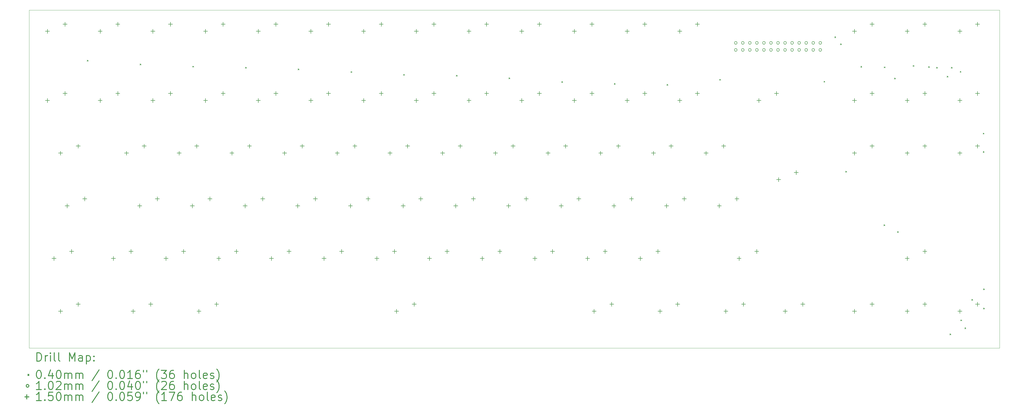
<source format=gbr>
%FSLAX45Y45*%
G04 Gerber Fmt 4.5, Leading zero omitted, Abs format (unit mm)*
G04 Created by KiCad (PCBNEW (5.1.0)-1) date 2022-03-22 21:13:21*
%MOMM*%
%LPD*%
G04 APERTURE LIST*
%ADD10C,0.050000*%
%ADD11C,0.200000*%
%ADD12C,0.300000*%
G04 APERTURE END LIST*
D10*
X38020000Y-15660000D02*
X38020000Y-15590000D01*
X3020000Y-15660000D02*
X38020000Y-15660000D01*
X3020000Y-15590000D02*
X3020000Y-15660000D01*
X3020000Y-3460000D02*
X3050000Y-3460000D01*
X3020000Y-15590000D02*
X3020000Y-3460000D01*
X38020000Y-3460000D02*
X37980000Y-3460000D01*
X38020000Y-15590000D02*
X38020000Y-3460000D01*
X37980000Y-3460000D02*
X3050000Y-3460000D01*
D11*
X5117780Y-5266980D02*
X5157780Y-5306980D01*
X5157780Y-5266980D02*
X5117780Y-5306980D01*
X7022780Y-5404140D02*
X7062780Y-5444140D01*
X7062780Y-5404140D02*
X7022780Y-5444140D01*
X8919620Y-5483420D02*
X8959620Y-5523420D01*
X8959620Y-5483420D02*
X8919620Y-5523420D01*
X10820080Y-5519520D02*
X10860080Y-5559520D01*
X10860080Y-5519520D02*
X10820080Y-5559520D01*
X12720000Y-5581940D02*
X12760000Y-5621940D01*
X12760000Y-5581940D02*
X12720000Y-5621940D01*
X14622460Y-5678460D02*
X14662460Y-5718460D01*
X14662460Y-5678460D02*
X14622460Y-5718460D01*
X16519840Y-5781140D02*
X16559840Y-5821140D01*
X16559840Y-5781140D02*
X16519840Y-5821140D01*
X18422300Y-5811620D02*
X18462300Y-5851620D01*
X18462300Y-5811620D02*
X18422300Y-5851620D01*
X20321680Y-5905060D02*
X20361680Y-5945060D01*
X20361680Y-5905060D02*
X20321680Y-5945060D01*
X22222140Y-6039140D02*
X22262140Y-6079140D01*
X22262140Y-6039140D02*
X22222140Y-6079140D01*
X24119520Y-6107720D02*
X24159520Y-6147720D01*
X24159520Y-6107720D02*
X24119520Y-6147720D01*
X26021980Y-6141820D02*
X26061980Y-6181820D01*
X26061980Y-6141820D02*
X26021980Y-6181820D01*
X27916820Y-5958940D02*
X27956820Y-5998940D01*
X27956820Y-5958940D02*
X27916820Y-5998940D01*
X31680560Y-6026980D02*
X31720560Y-6066980D01*
X31720560Y-6026980D02*
X31680560Y-6066980D01*
X32070000Y-4420000D02*
X32110000Y-4460000D01*
X32110000Y-4420000D02*
X32070000Y-4460000D01*
X32277460Y-4673160D02*
X32317460Y-4713160D01*
X32317460Y-4673160D02*
X32277460Y-4713160D01*
X32462880Y-9275640D02*
X32502880Y-9315640D01*
X32502880Y-9275640D02*
X32462880Y-9315640D01*
X33010000Y-5490000D02*
X33050000Y-5530000D01*
X33050000Y-5490000D02*
X33010000Y-5530000D01*
X33842100Y-11200960D02*
X33882100Y-11240960D01*
X33882100Y-11200960D02*
X33842100Y-11240960D01*
X33850000Y-5510000D02*
X33890000Y-5550000D01*
X33890000Y-5510000D02*
X33850000Y-5550000D01*
X34221100Y-5909600D02*
X34261100Y-5949600D01*
X34261100Y-5909600D02*
X34221100Y-5949600D01*
X34329780Y-11447340D02*
X34369780Y-11487340D01*
X34369780Y-11447340D02*
X34329780Y-11487340D01*
X34890000Y-5460000D02*
X34930000Y-5500000D01*
X34930000Y-5460000D02*
X34890000Y-5500000D01*
X35450000Y-5500000D02*
X35490000Y-5540000D01*
X35490000Y-5500000D02*
X35450000Y-5540000D01*
X35740000Y-5520000D02*
X35780000Y-5560000D01*
X35780000Y-5520000D02*
X35740000Y-5560000D01*
X36121020Y-5843560D02*
X36161020Y-5883560D01*
X36161020Y-5843560D02*
X36121020Y-5883560D01*
X36224620Y-15143040D02*
X36264620Y-15183040D01*
X36264620Y-15143040D02*
X36224620Y-15183040D01*
X36270000Y-5520000D02*
X36310000Y-5560000D01*
X36310000Y-5520000D02*
X36270000Y-5560000D01*
X36590000Y-5670000D02*
X36630000Y-5710000D01*
X36630000Y-5670000D02*
X36590000Y-5710000D01*
X36610700Y-14637580D02*
X36650700Y-14677580D01*
X36650700Y-14637580D02*
X36610700Y-14677580D01*
X36760560Y-14922060D02*
X36800560Y-14962060D01*
X36800560Y-14922060D02*
X36760560Y-14962060D01*
X37006940Y-13893360D02*
X37046940Y-13933360D01*
X37046940Y-13893360D02*
X37006940Y-13933360D01*
X37420960Y-7896420D02*
X37460960Y-7936420D01*
X37460960Y-7896420D02*
X37420960Y-7936420D01*
X37420960Y-8564440D02*
X37460960Y-8604440D01*
X37460960Y-8564440D02*
X37420960Y-8604440D01*
X37431120Y-13512360D02*
X37471120Y-13552360D01*
X37471120Y-13512360D02*
X37431120Y-13552360D01*
X37431120Y-14208320D02*
X37471120Y-14248320D01*
X37471120Y-14208320D02*
X37431120Y-14248320D01*
X28553500Y-4647440D02*
G75*
G03X28553500Y-4647440I-50800J0D01*
G01*
X28553500Y-4901440D02*
G75*
G03X28553500Y-4901440I-50800J0D01*
G01*
X28807500Y-4647440D02*
G75*
G03X28807500Y-4647440I-50800J0D01*
G01*
X28807500Y-4901440D02*
G75*
G03X28807500Y-4901440I-50800J0D01*
G01*
X29061500Y-4647440D02*
G75*
G03X29061500Y-4647440I-50800J0D01*
G01*
X29061500Y-4901440D02*
G75*
G03X29061500Y-4901440I-50800J0D01*
G01*
X29315500Y-4647440D02*
G75*
G03X29315500Y-4647440I-50800J0D01*
G01*
X29315500Y-4901440D02*
G75*
G03X29315500Y-4901440I-50800J0D01*
G01*
X29569500Y-4647440D02*
G75*
G03X29569500Y-4647440I-50800J0D01*
G01*
X29569500Y-4901440D02*
G75*
G03X29569500Y-4901440I-50800J0D01*
G01*
X29823500Y-4647440D02*
G75*
G03X29823500Y-4647440I-50800J0D01*
G01*
X29823500Y-4901440D02*
G75*
G03X29823500Y-4901440I-50800J0D01*
G01*
X30077500Y-4647440D02*
G75*
G03X30077500Y-4647440I-50800J0D01*
G01*
X30077500Y-4901440D02*
G75*
G03X30077500Y-4901440I-50800J0D01*
G01*
X30331500Y-4647440D02*
G75*
G03X30331500Y-4647440I-50800J0D01*
G01*
X30331500Y-4901440D02*
G75*
G03X30331500Y-4901440I-50800J0D01*
G01*
X30585500Y-4647440D02*
G75*
G03X30585500Y-4647440I-50800J0D01*
G01*
X30585500Y-4901440D02*
G75*
G03X30585500Y-4901440I-50800J0D01*
G01*
X30839500Y-4647440D02*
G75*
G03X30839500Y-4647440I-50800J0D01*
G01*
X30839500Y-4901440D02*
G75*
G03X30839500Y-4901440I-50800J0D01*
G01*
X31093500Y-4647440D02*
G75*
G03X31093500Y-4647440I-50800J0D01*
G01*
X31093500Y-4901440D02*
G75*
G03X31093500Y-4901440I-50800J0D01*
G01*
X31347500Y-4647440D02*
G75*
G03X31347500Y-4647440I-50800J0D01*
G01*
X31347500Y-4901440D02*
G75*
G03X31347500Y-4901440I-50800J0D01*
G01*
X31601500Y-4647440D02*
G75*
G03X31601500Y-4647440I-50800J0D01*
G01*
X31601500Y-4901440D02*
G75*
G03X31601500Y-4901440I-50800J0D01*
G01*
X7485000Y-4149000D02*
X7485000Y-4299000D01*
X7410000Y-4224000D02*
X7560000Y-4224000D01*
X8120000Y-3895000D02*
X8120000Y-4045000D01*
X8045000Y-3970000D02*
X8195000Y-3970000D01*
X21260000Y-12349000D02*
X21260000Y-12499000D01*
X21185000Y-12424000D02*
X21335000Y-12424000D01*
X21895000Y-12095000D02*
X21895000Y-12245000D01*
X21820000Y-12170000D02*
X21970000Y-12170000D01*
X14610000Y-10449000D02*
X14610000Y-10599000D01*
X14535000Y-10524000D02*
X14685000Y-10524000D01*
X15245000Y-10195000D02*
X15245000Y-10345000D01*
X15170000Y-10270000D02*
X15320000Y-10270000D01*
X9147500Y-14249000D02*
X9147500Y-14399000D01*
X9072500Y-14324000D02*
X9222500Y-14324000D01*
X9782500Y-13995000D02*
X9782500Y-14145000D01*
X9707500Y-14070000D02*
X9857500Y-14070000D01*
X8435000Y-8549000D02*
X8435000Y-8699000D01*
X8360000Y-8624000D02*
X8510000Y-8624000D01*
X9070000Y-8295000D02*
X9070000Y-8445000D01*
X8995000Y-8370000D02*
X9145000Y-8370000D01*
X27435000Y-8549000D02*
X27435000Y-8699000D01*
X27360000Y-8624000D02*
X27510000Y-8624000D01*
X28070000Y-8295000D02*
X28070000Y-8445000D01*
X27995000Y-8370000D02*
X28145000Y-8370000D01*
X11285000Y-6649000D02*
X11285000Y-6799000D01*
X11210000Y-6724000D02*
X11360000Y-6724000D01*
X11920000Y-6395000D02*
X11920000Y-6545000D01*
X11845000Y-6470000D02*
X11995000Y-6470000D01*
X34685000Y-4149000D02*
X34685000Y-4299000D01*
X34610000Y-4224000D02*
X34760000Y-4224000D01*
X35320000Y-3895000D02*
X35320000Y-4045000D01*
X35245000Y-3970000D02*
X35395000Y-3970000D01*
X20785000Y-6649000D02*
X20785000Y-6799000D01*
X20710000Y-6724000D02*
X20860000Y-6724000D01*
X21420000Y-6395000D02*
X21420000Y-6545000D01*
X21345000Y-6470000D02*
X21495000Y-6470000D01*
X34685000Y-6649000D02*
X34685000Y-6799000D01*
X34610000Y-6724000D02*
X34760000Y-6724000D01*
X35320000Y-6395000D02*
X35320000Y-6545000D01*
X35245000Y-6470000D02*
X35395000Y-6470000D01*
X8910000Y-10449000D02*
X8910000Y-10599000D01*
X8835000Y-10524000D02*
X8985000Y-10524000D01*
X9545000Y-10195000D02*
X9545000Y-10345000D01*
X9470000Y-10270000D02*
X9620000Y-10270000D01*
X28147500Y-14249000D02*
X28147500Y-14399000D01*
X28072500Y-14324000D02*
X28222500Y-14324000D01*
X28782500Y-13995000D02*
X28782500Y-14145000D01*
X28707500Y-14070000D02*
X28857500Y-14070000D01*
X18410000Y-10449000D02*
X18410000Y-10599000D01*
X18335000Y-10524000D02*
X18485000Y-10524000D01*
X19045000Y-10195000D02*
X19045000Y-10345000D01*
X18970000Y-10270000D02*
X19120000Y-10270000D01*
X3685000Y-4149000D02*
X3685000Y-4299000D01*
X3610000Y-4224000D02*
X3760000Y-4224000D01*
X4320000Y-3895000D02*
X4320000Y-4045000D01*
X4245000Y-3970000D02*
X4395000Y-3970000D01*
X13660000Y-12349000D02*
X13660000Y-12499000D01*
X13585000Y-12424000D02*
X13735000Y-12424000D01*
X14295000Y-12095000D02*
X14295000Y-12245000D01*
X14220000Y-12170000D02*
X14370000Y-12170000D01*
X34685000Y-12349000D02*
X34685000Y-12499000D01*
X34610000Y-12424000D02*
X34760000Y-12424000D01*
X35320000Y-12095000D02*
X35320000Y-12245000D01*
X35245000Y-12170000D02*
X35395000Y-12170000D01*
X16510000Y-10449000D02*
X16510000Y-10599000D01*
X16435000Y-10524000D02*
X16585000Y-10524000D01*
X17145000Y-10195000D02*
X17145000Y-10345000D01*
X17070000Y-10270000D02*
X17220000Y-10270000D01*
X15085000Y-6649000D02*
X15085000Y-6799000D01*
X15010000Y-6724000D02*
X15160000Y-6724000D01*
X15720000Y-6395000D02*
X15720000Y-6545000D01*
X15645000Y-6470000D02*
X15795000Y-6470000D01*
X23397500Y-14249000D02*
X23397500Y-14399000D01*
X23322500Y-14324000D02*
X23472500Y-14324000D01*
X24032500Y-13995000D02*
X24032500Y-14145000D01*
X23957500Y-14070000D02*
X24107500Y-14070000D01*
X3685000Y-6649000D02*
X3685000Y-6799000D01*
X3610000Y-6724000D02*
X3760000Y-6724000D01*
X4320000Y-6395000D02*
X4320000Y-6545000D01*
X4245000Y-6470000D02*
X4395000Y-6470000D01*
X12710000Y-10449000D02*
X12710000Y-10599000D01*
X12635000Y-10524000D02*
X12785000Y-10524000D01*
X13345000Y-10195000D02*
X13345000Y-10345000D01*
X13270000Y-10270000D02*
X13420000Y-10270000D01*
X18885000Y-4149000D02*
X18885000Y-4299000D01*
X18810000Y-4224000D02*
X18960000Y-4224000D01*
X19520000Y-3895000D02*
X19520000Y-4045000D01*
X19445000Y-3970000D02*
X19595000Y-3970000D01*
X30285000Y-14249000D02*
X30285000Y-14399000D01*
X30210000Y-14324000D02*
X30360000Y-14324000D01*
X30920000Y-13995000D02*
X30920000Y-14145000D01*
X30845000Y-14070000D02*
X30995000Y-14070000D01*
X22685000Y-4149000D02*
X22685000Y-4299000D01*
X22610000Y-4224000D02*
X22760000Y-4224000D01*
X23320000Y-3895000D02*
X23320000Y-4045000D01*
X23245000Y-3970000D02*
X23395000Y-3970000D01*
X26485000Y-4149000D02*
X26485000Y-4299000D01*
X26410000Y-4224000D02*
X26560000Y-4224000D01*
X27120000Y-3895000D02*
X27120000Y-4045000D01*
X27045000Y-3970000D02*
X27195000Y-3970000D01*
X20785000Y-4149000D02*
X20785000Y-4299000D01*
X20710000Y-4224000D02*
X20860000Y-4224000D01*
X21420000Y-3895000D02*
X21420000Y-4045000D01*
X21345000Y-3970000D02*
X21495000Y-3970000D01*
X32785000Y-6649000D02*
X32785000Y-6799000D01*
X32710000Y-6724000D02*
X32860000Y-6724000D01*
X33420000Y-6395000D02*
X33420000Y-6545000D01*
X33345000Y-6470000D02*
X33495000Y-6470000D01*
X6772500Y-14249000D02*
X6772500Y-14399000D01*
X6697500Y-14324000D02*
X6847500Y-14324000D01*
X7407500Y-13995000D02*
X7407500Y-14145000D01*
X7332500Y-14070000D02*
X7482500Y-14070000D01*
X7010000Y-10449000D02*
X7010000Y-10599000D01*
X6935000Y-10524000D02*
X7085000Y-10524000D01*
X7645000Y-10195000D02*
X7645000Y-10345000D01*
X7570000Y-10270000D02*
X7720000Y-10270000D01*
X24585000Y-4149000D02*
X24585000Y-4299000D01*
X24510000Y-4224000D02*
X24660000Y-4224000D01*
X25220000Y-3895000D02*
X25220000Y-4045000D01*
X25145000Y-3970000D02*
X25295000Y-3970000D01*
X9860000Y-12349000D02*
X9860000Y-12499000D01*
X9785000Y-12424000D02*
X9935000Y-12424000D01*
X10495000Y-12095000D02*
X10495000Y-12245000D01*
X10420000Y-12170000D02*
X10570000Y-12170000D01*
X29335000Y-6649000D02*
X29335000Y-6799000D01*
X29260000Y-6724000D02*
X29410000Y-6724000D01*
X29970000Y-6395000D02*
X29970000Y-6545000D01*
X29895000Y-6470000D02*
X30045000Y-6470000D01*
X26010000Y-10449000D02*
X26010000Y-10599000D01*
X25935000Y-10524000D02*
X26085000Y-10524000D01*
X26645000Y-10195000D02*
X26645000Y-10345000D01*
X26570000Y-10270000D02*
X26720000Y-10270000D01*
X19835000Y-8549000D02*
X19835000Y-8699000D01*
X19760000Y-8624000D02*
X19910000Y-8624000D01*
X20470000Y-8295000D02*
X20470000Y-8445000D01*
X20395000Y-8370000D02*
X20545000Y-8370000D01*
X7960000Y-12349000D02*
X7960000Y-12499000D01*
X7885000Y-12424000D02*
X8035000Y-12424000D01*
X8595000Y-12095000D02*
X8595000Y-12245000D01*
X8520000Y-12170000D02*
X8670000Y-12170000D01*
X32785000Y-4149000D02*
X32785000Y-4299000D01*
X32710000Y-4224000D02*
X32860000Y-4224000D01*
X33420000Y-3895000D02*
X33420000Y-4045000D01*
X33345000Y-3970000D02*
X33495000Y-3970000D01*
X12235000Y-8549000D02*
X12235000Y-8699000D01*
X12160000Y-8624000D02*
X12310000Y-8624000D01*
X12870000Y-8295000D02*
X12870000Y-8445000D01*
X12795000Y-8370000D02*
X12945000Y-8370000D01*
X34685000Y-8549000D02*
X34685000Y-8699000D01*
X34610000Y-8624000D02*
X34760000Y-8624000D01*
X35320000Y-8295000D02*
X35320000Y-8445000D01*
X35245000Y-8370000D02*
X35395000Y-8370000D01*
X22210000Y-10449000D02*
X22210000Y-10599000D01*
X22135000Y-10524000D02*
X22285000Y-10524000D01*
X22845000Y-10195000D02*
X22845000Y-10345000D01*
X22770000Y-10270000D02*
X22920000Y-10270000D01*
X9385000Y-6649000D02*
X9385000Y-6799000D01*
X9310000Y-6724000D02*
X9460000Y-6724000D01*
X10020000Y-6395000D02*
X10020000Y-6545000D01*
X9945000Y-6470000D02*
X10095000Y-6470000D01*
X36585000Y-6649000D02*
X36585000Y-6799000D01*
X36510000Y-6724000D02*
X36660000Y-6724000D01*
X37220000Y-6395000D02*
X37220000Y-6545000D01*
X37145000Y-6470000D02*
X37295000Y-6470000D01*
X17935000Y-8549000D02*
X17935000Y-8699000D01*
X17860000Y-8624000D02*
X18010000Y-8624000D01*
X18570000Y-8295000D02*
X18570000Y-8445000D01*
X18495000Y-8370000D02*
X18645000Y-8370000D01*
X10335000Y-8549000D02*
X10335000Y-8699000D01*
X10260000Y-8624000D02*
X10410000Y-8624000D01*
X10970000Y-8295000D02*
X10970000Y-8445000D01*
X10895000Y-8370000D02*
X11045000Y-8370000D01*
X15085000Y-4149000D02*
X15085000Y-4299000D01*
X15010000Y-4224000D02*
X15160000Y-4224000D01*
X15720000Y-3895000D02*
X15720000Y-4045000D01*
X15645000Y-3970000D02*
X15795000Y-3970000D01*
X36585000Y-4149000D02*
X36585000Y-4299000D01*
X36510000Y-4224000D02*
X36660000Y-4224000D01*
X37220000Y-3895000D02*
X37220000Y-4045000D01*
X37145000Y-3970000D02*
X37295000Y-3970000D01*
X13185000Y-6649000D02*
X13185000Y-6799000D01*
X13110000Y-6724000D02*
X13260000Y-6724000D01*
X13820000Y-6395000D02*
X13820000Y-6545000D01*
X13745000Y-6470000D02*
X13895000Y-6470000D01*
X10810000Y-10449000D02*
X10810000Y-10599000D01*
X10735000Y-10524000D02*
X10885000Y-10524000D01*
X11445000Y-10195000D02*
X11445000Y-10345000D01*
X11370000Y-10270000D02*
X11520000Y-10270000D01*
X25772500Y-14249000D02*
X25772500Y-14399000D01*
X25697500Y-14324000D02*
X25847500Y-14324000D01*
X26407500Y-13995000D02*
X26407500Y-14145000D01*
X26332500Y-14070000D02*
X26482500Y-14070000D01*
X5585000Y-6649000D02*
X5585000Y-6799000D01*
X5510000Y-6724000D02*
X5660000Y-6724000D01*
X6220000Y-6395000D02*
X6220000Y-6545000D01*
X6145000Y-6470000D02*
X6295000Y-6470000D01*
X5585000Y-4149000D02*
X5585000Y-4299000D01*
X5510000Y-4224000D02*
X5660000Y-4224000D01*
X6220000Y-3895000D02*
X6220000Y-4045000D01*
X6145000Y-3970000D02*
X6295000Y-3970000D01*
X15560000Y-12349000D02*
X15560000Y-12499000D01*
X15485000Y-12424000D02*
X15635000Y-12424000D01*
X16195000Y-12095000D02*
X16195000Y-12245000D01*
X16120000Y-12170000D02*
X16270000Y-12170000D01*
X16035000Y-8549000D02*
X16035000Y-8699000D01*
X15960000Y-8624000D02*
X16110000Y-8624000D01*
X16670000Y-8295000D02*
X16670000Y-8445000D01*
X16595000Y-8370000D02*
X16745000Y-8370000D01*
X30047500Y-9499000D02*
X30047500Y-9649000D01*
X29972500Y-9574000D02*
X30122500Y-9574000D01*
X30682500Y-9245000D02*
X30682500Y-9395000D01*
X30607500Y-9320000D02*
X30757500Y-9320000D01*
X24110000Y-10449000D02*
X24110000Y-10599000D01*
X24035000Y-10524000D02*
X24185000Y-10524000D01*
X24745000Y-10195000D02*
X24745000Y-10345000D01*
X24670000Y-10270000D02*
X24820000Y-10270000D01*
X16985000Y-4149000D02*
X16985000Y-4299000D01*
X16910000Y-4224000D02*
X17060000Y-4224000D01*
X17620000Y-3895000D02*
X17620000Y-4045000D01*
X17545000Y-3970000D02*
X17695000Y-3970000D01*
X3922500Y-12349000D02*
X3922500Y-12499000D01*
X3847500Y-12424000D02*
X3997500Y-12424000D01*
X4557500Y-12095000D02*
X4557500Y-12245000D01*
X4482500Y-12170000D02*
X4632500Y-12170000D01*
X23160000Y-12349000D02*
X23160000Y-12499000D01*
X23085000Y-12424000D02*
X23235000Y-12424000D01*
X23795000Y-12095000D02*
X23795000Y-12245000D01*
X23720000Y-12170000D02*
X23870000Y-12170000D01*
X32785000Y-14249000D02*
X32785000Y-14399000D01*
X32710000Y-14324000D02*
X32860000Y-14324000D01*
X33420000Y-13995000D02*
X33420000Y-14145000D01*
X33345000Y-14070000D02*
X33495000Y-14070000D01*
X4160000Y-14249000D02*
X4160000Y-14399000D01*
X4085000Y-14324000D02*
X4235000Y-14324000D01*
X4795000Y-13995000D02*
X4795000Y-14145000D01*
X4720000Y-14070000D02*
X4870000Y-14070000D01*
X6060000Y-12349000D02*
X6060000Y-12499000D01*
X5985000Y-12424000D02*
X6135000Y-12424000D01*
X6695000Y-12095000D02*
X6695000Y-12245000D01*
X6620000Y-12170000D02*
X6770000Y-12170000D01*
X25535000Y-8549000D02*
X25535000Y-8699000D01*
X25460000Y-8624000D02*
X25610000Y-8624000D01*
X26170000Y-8295000D02*
X26170000Y-8445000D01*
X26095000Y-8370000D02*
X26245000Y-8370000D01*
X11760000Y-12349000D02*
X11760000Y-12499000D01*
X11685000Y-12424000D02*
X11835000Y-12424000D01*
X12395000Y-12095000D02*
X12395000Y-12245000D01*
X12320000Y-12170000D02*
X12470000Y-12170000D01*
X4397500Y-10449000D02*
X4397500Y-10599000D01*
X4322500Y-10524000D02*
X4472500Y-10524000D01*
X5032500Y-10195000D02*
X5032500Y-10345000D01*
X4957500Y-10270000D02*
X5107500Y-10270000D01*
X7485000Y-6649000D02*
X7485000Y-6799000D01*
X7410000Y-6724000D02*
X7560000Y-6724000D01*
X8120000Y-6395000D02*
X8120000Y-6545000D01*
X8045000Y-6470000D02*
X8195000Y-6470000D01*
X26485000Y-6649000D02*
X26485000Y-6799000D01*
X26410000Y-6724000D02*
X26560000Y-6724000D01*
X27120000Y-6395000D02*
X27120000Y-6545000D01*
X27045000Y-6470000D02*
X27195000Y-6470000D01*
X20310000Y-10449000D02*
X20310000Y-10599000D01*
X20235000Y-10524000D02*
X20385000Y-10524000D01*
X20945000Y-10195000D02*
X20945000Y-10345000D01*
X20870000Y-10270000D02*
X21020000Y-10270000D01*
X16272500Y-14249000D02*
X16272500Y-14399000D01*
X16197500Y-14324000D02*
X16347500Y-14324000D01*
X16907500Y-13995000D02*
X16907500Y-14145000D01*
X16832500Y-14070000D02*
X16982500Y-14070000D01*
X32785000Y-8549000D02*
X32785000Y-8699000D01*
X32710000Y-8624000D02*
X32860000Y-8624000D01*
X33420000Y-8295000D02*
X33420000Y-8445000D01*
X33345000Y-8370000D02*
X33495000Y-8370000D01*
X18885000Y-6649000D02*
X18885000Y-6799000D01*
X18810000Y-6724000D02*
X18960000Y-6724000D01*
X19520000Y-6395000D02*
X19520000Y-6545000D01*
X19445000Y-6470000D02*
X19595000Y-6470000D01*
X9385000Y-4149000D02*
X9385000Y-4299000D01*
X9310000Y-4224000D02*
X9460000Y-4224000D01*
X10020000Y-3895000D02*
X10020000Y-4045000D01*
X9945000Y-3970000D02*
X10095000Y-3970000D01*
X34685000Y-14249000D02*
X34685000Y-14399000D01*
X34610000Y-14324000D02*
X34760000Y-14324000D01*
X35320000Y-13995000D02*
X35320000Y-14145000D01*
X35245000Y-14070000D02*
X35395000Y-14070000D01*
X22685000Y-6649000D02*
X22685000Y-6799000D01*
X22610000Y-6724000D02*
X22760000Y-6724000D01*
X23320000Y-6395000D02*
X23320000Y-6545000D01*
X23245000Y-6470000D02*
X23395000Y-6470000D01*
X19360000Y-12349000D02*
X19360000Y-12499000D01*
X19285000Y-12424000D02*
X19435000Y-12424000D01*
X19995000Y-12095000D02*
X19995000Y-12245000D01*
X19920000Y-12170000D02*
X20070000Y-12170000D01*
X36585000Y-8549000D02*
X36585000Y-8699000D01*
X36510000Y-8624000D02*
X36660000Y-8624000D01*
X37220000Y-8295000D02*
X37220000Y-8445000D01*
X37145000Y-8370000D02*
X37295000Y-8370000D01*
X14135000Y-8549000D02*
X14135000Y-8699000D01*
X14060000Y-8624000D02*
X14210000Y-8624000D01*
X14770000Y-8295000D02*
X14770000Y-8445000D01*
X14695000Y-8370000D02*
X14845000Y-8370000D01*
X13185000Y-4149000D02*
X13185000Y-4299000D01*
X13110000Y-4224000D02*
X13260000Y-4224000D01*
X13820000Y-3895000D02*
X13820000Y-4045000D01*
X13745000Y-3970000D02*
X13895000Y-3970000D01*
X36585000Y-14249000D02*
X36585000Y-14399000D01*
X36510000Y-14324000D02*
X36660000Y-14324000D01*
X37220000Y-13995000D02*
X37220000Y-14145000D01*
X37145000Y-14070000D02*
X37295000Y-14070000D01*
X11285000Y-4149000D02*
X11285000Y-4299000D01*
X11210000Y-4224000D02*
X11360000Y-4224000D01*
X11920000Y-3895000D02*
X11920000Y-4045000D01*
X11845000Y-3970000D02*
X11995000Y-3970000D01*
X17460000Y-12349000D02*
X17460000Y-12499000D01*
X17385000Y-12424000D02*
X17535000Y-12424000D01*
X18095000Y-12095000D02*
X18095000Y-12245000D01*
X18020000Y-12170000D02*
X18170000Y-12170000D01*
X28622500Y-12349000D02*
X28622500Y-12499000D01*
X28547500Y-12424000D02*
X28697500Y-12424000D01*
X29257500Y-12095000D02*
X29257500Y-12245000D01*
X29182500Y-12170000D02*
X29332500Y-12170000D01*
X16985000Y-6649000D02*
X16985000Y-6799000D01*
X16910000Y-6724000D02*
X17060000Y-6724000D01*
X17620000Y-6395000D02*
X17620000Y-6545000D01*
X17545000Y-6470000D02*
X17695000Y-6470000D01*
X21735000Y-8549000D02*
X21735000Y-8699000D01*
X21660000Y-8624000D02*
X21810000Y-8624000D01*
X22370000Y-8295000D02*
X22370000Y-8445000D01*
X22295000Y-8370000D02*
X22445000Y-8370000D01*
X6535000Y-8549000D02*
X6535000Y-8699000D01*
X6460000Y-8624000D02*
X6610000Y-8624000D01*
X7170000Y-8295000D02*
X7170000Y-8445000D01*
X7095000Y-8370000D02*
X7245000Y-8370000D01*
X24585000Y-6649000D02*
X24585000Y-6799000D01*
X24510000Y-6724000D02*
X24660000Y-6724000D01*
X25220000Y-6395000D02*
X25220000Y-6545000D01*
X25145000Y-6470000D02*
X25295000Y-6470000D01*
X27910000Y-10449000D02*
X27910000Y-10599000D01*
X27835000Y-10524000D02*
X27985000Y-10524000D01*
X28545000Y-10195000D02*
X28545000Y-10345000D01*
X28470000Y-10270000D02*
X28620000Y-10270000D01*
X4160000Y-8549000D02*
X4160000Y-8699000D01*
X4085000Y-8624000D02*
X4235000Y-8624000D01*
X4795000Y-8295000D02*
X4795000Y-8445000D01*
X4720000Y-8370000D02*
X4870000Y-8370000D01*
X23635000Y-8549000D02*
X23635000Y-8699000D01*
X23560000Y-8624000D02*
X23710000Y-8624000D01*
X24270000Y-8295000D02*
X24270000Y-8445000D01*
X24195000Y-8370000D02*
X24345000Y-8370000D01*
X25060000Y-12349000D02*
X25060000Y-12499000D01*
X24985000Y-12424000D02*
X25135000Y-12424000D01*
X25695000Y-12095000D02*
X25695000Y-12245000D01*
X25620000Y-12170000D02*
X25770000Y-12170000D01*
D12*
X3303928Y-16128214D02*
X3303928Y-15828214D01*
X3375357Y-15828214D01*
X3418214Y-15842500D01*
X3446786Y-15871071D01*
X3461071Y-15899643D01*
X3475357Y-15956786D01*
X3475357Y-15999643D01*
X3461071Y-16056786D01*
X3446786Y-16085357D01*
X3418214Y-16113929D01*
X3375357Y-16128214D01*
X3303928Y-16128214D01*
X3603928Y-16128214D02*
X3603928Y-15928214D01*
X3603928Y-15985357D02*
X3618214Y-15956786D01*
X3632500Y-15942500D01*
X3661071Y-15928214D01*
X3689643Y-15928214D01*
X3789643Y-16128214D02*
X3789643Y-15928214D01*
X3789643Y-15828214D02*
X3775357Y-15842500D01*
X3789643Y-15856786D01*
X3803928Y-15842500D01*
X3789643Y-15828214D01*
X3789643Y-15856786D01*
X3975357Y-16128214D02*
X3946786Y-16113929D01*
X3932500Y-16085357D01*
X3932500Y-15828214D01*
X4132500Y-16128214D02*
X4103928Y-16113929D01*
X4089643Y-16085357D01*
X4089643Y-15828214D01*
X4475357Y-16128214D02*
X4475357Y-15828214D01*
X4575357Y-16042500D01*
X4675357Y-15828214D01*
X4675357Y-16128214D01*
X4946786Y-16128214D02*
X4946786Y-15971071D01*
X4932500Y-15942500D01*
X4903928Y-15928214D01*
X4846786Y-15928214D01*
X4818214Y-15942500D01*
X4946786Y-16113929D02*
X4918214Y-16128214D01*
X4846786Y-16128214D01*
X4818214Y-16113929D01*
X4803928Y-16085357D01*
X4803928Y-16056786D01*
X4818214Y-16028214D01*
X4846786Y-16013929D01*
X4918214Y-16013929D01*
X4946786Y-15999643D01*
X5089643Y-15928214D02*
X5089643Y-16228214D01*
X5089643Y-15942500D02*
X5118214Y-15928214D01*
X5175357Y-15928214D01*
X5203928Y-15942500D01*
X5218214Y-15956786D01*
X5232500Y-15985357D01*
X5232500Y-16071071D01*
X5218214Y-16099643D01*
X5203928Y-16113929D01*
X5175357Y-16128214D01*
X5118214Y-16128214D01*
X5089643Y-16113929D01*
X5361071Y-16099643D02*
X5375357Y-16113929D01*
X5361071Y-16128214D01*
X5346786Y-16113929D01*
X5361071Y-16099643D01*
X5361071Y-16128214D01*
X5361071Y-15942500D02*
X5375357Y-15956786D01*
X5361071Y-15971071D01*
X5346786Y-15956786D01*
X5361071Y-15942500D01*
X5361071Y-15971071D01*
X2977500Y-16602500D02*
X3017500Y-16642500D01*
X3017500Y-16602500D02*
X2977500Y-16642500D01*
X3361071Y-16458214D02*
X3389643Y-16458214D01*
X3418214Y-16472500D01*
X3432500Y-16486786D01*
X3446786Y-16515357D01*
X3461071Y-16572500D01*
X3461071Y-16643929D01*
X3446786Y-16701071D01*
X3432500Y-16729643D01*
X3418214Y-16743929D01*
X3389643Y-16758214D01*
X3361071Y-16758214D01*
X3332500Y-16743929D01*
X3318214Y-16729643D01*
X3303928Y-16701071D01*
X3289643Y-16643929D01*
X3289643Y-16572500D01*
X3303928Y-16515357D01*
X3318214Y-16486786D01*
X3332500Y-16472500D01*
X3361071Y-16458214D01*
X3589643Y-16729643D02*
X3603928Y-16743929D01*
X3589643Y-16758214D01*
X3575357Y-16743929D01*
X3589643Y-16729643D01*
X3589643Y-16758214D01*
X3861071Y-16558214D02*
X3861071Y-16758214D01*
X3789643Y-16443929D02*
X3718214Y-16658214D01*
X3903928Y-16658214D01*
X4075357Y-16458214D02*
X4103928Y-16458214D01*
X4132500Y-16472500D01*
X4146786Y-16486786D01*
X4161071Y-16515357D01*
X4175357Y-16572500D01*
X4175357Y-16643929D01*
X4161071Y-16701071D01*
X4146786Y-16729643D01*
X4132500Y-16743929D01*
X4103928Y-16758214D01*
X4075357Y-16758214D01*
X4046786Y-16743929D01*
X4032500Y-16729643D01*
X4018214Y-16701071D01*
X4003928Y-16643929D01*
X4003928Y-16572500D01*
X4018214Y-16515357D01*
X4032500Y-16486786D01*
X4046786Y-16472500D01*
X4075357Y-16458214D01*
X4303928Y-16758214D02*
X4303928Y-16558214D01*
X4303928Y-16586786D02*
X4318214Y-16572500D01*
X4346786Y-16558214D01*
X4389643Y-16558214D01*
X4418214Y-16572500D01*
X4432500Y-16601071D01*
X4432500Y-16758214D01*
X4432500Y-16601071D02*
X4446786Y-16572500D01*
X4475357Y-16558214D01*
X4518214Y-16558214D01*
X4546786Y-16572500D01*
X4561071Y-16601071D01*
X4561071Y-16758214D01*
X4703928Y-16758214D02*
X4703928Y-16558214D01*
X4703928Y-16586786D02*
X4718214Y-16572500D01*
X4746786Y-16558214D01*
X4789643Y-16558214D01*
X4818214Y-16572500D01*
X4832500Y-16601071D01*
X4832500Y-16758214D01*
X4832500Y-16601071D02*
X4846786Y-16572500D01*
X4875357Y-16558214D01*
X4918214Y-16558214D01*
X4946786Y-16572500D01*
X4961071Y-16601071D01*
X4961071Y-16758214D01*
X5546786Y-16443929D02*
X5289643Y-16829643D01*
X5932500Y-16458214D02*
X5961071Y-16458214D01*
X5989643Y-16472500D01*
X6003928Y-16486786D01*
X6018214Y-16515357D01*
X6032500Y-16572500D01*
X6032500Y-16643929D01*
X6018214Y-16701071D01*
X6003928Y-16729643D01*
X5989643Y-16743929D01*
X5961071Y-16758214D01*
X5932500Y-16758214D01*
X5903928Y-16743929D01*
X5889643Y-16729643D01*
X5875357Y-16701071D01*
X5861071Y-16643929D01*
X5861071Y-16572500D01*
X5875357Y-16515357D01*
X5889643Y-16486786D01*
X5903928Y-16472500D01*
X5932500Y-16458214D01*
X6161071Y-16729643D02*
X6175357Y-16743929D01*
X6161071Y-16758214D01*
X6146786Y-16743929D01*
X6161071Y-16729643D01*
X6161071Y-16758214D01*
X6361071Y-16458214D02*
X6389643Y-16458214D01*
X6418214Y-16472500D01*
X6432500Y-16486786D01*
X6446786Y-16515357D01*
X6461071Y-16572500D01*
X6461071Y-16643929D01*
X6446786Y-16701071D01*
X6432500Y-16729643D01*
X6418214Y-16743929D01*
X6389643Y-16758214D01*
X6361071Y-16758214D01*
X6332500Y-16743929D01*
X6318214Y-16729643D01*
X6303928Y-16701071D01*
X6289643Y-16643929D01*
X6289643Y-16572500D01*
X6303928Y-16515357D01*
X6318214Y-16486786D01*
X6332500Y-16472500D01*
X6361071Y-16458214D01*
X6746786Y-16758214D02*
X6575357Y-16758214D01*
X6661071Y-16758214D02*
X6661071Y-16458214D01*
X6632500Y-16501071D01*
X6603928Y-16529643D01*
X6575357Y-16543929D01*
X7003928Y-16458214D02*
X6946786Y-16458214D01*
X6918214Y-16472500D01*
X6903928Y-16486786D01*
X6875357Y-16529643D01*
X6861071Y-16586786D01*
X6861071Y-16701071D01*
X6875357Y-16729643D01*
X6889643Y-16743929D01*
X6918214Y-16758214D01*
X6975357Y-16758214D01*
X7003928Y-16743929D01*
X7018214Y-16729643D01*
X7032500Y-16701071D01*
X7032500Y-16629643D01*
X7018214Y-16601071D01*
X7003928Y-16586786D01*
X6975357Y-16572500D01*
X6918214Y-16572500D01*
X6889643Y-16586786D01*
X6875357Y-16601071D01*
X6861071Y-16629643D01*
X7146786Y-16458214D02*
X7146786Y-16515357D01*
X7261071Y-16458214D02*
X7261071Y-16515357D01*
X7703928Y-16872500D02*
X7689643Y-16858214D01*
X7661071Y-16815357D01*
X7646786Y-16786786D01*
X7632500Y-16743929D01*
X7618214Y-16672500D01*
X7618214Y-16615357D01*
X7632500Y-16543929D01*
X7646786Y-16501071D01*
X7661071Y-16472500D01*
X7689643Y-16429643D01*
X7703928Y-16415357D01*
X7789643Y-16458214D02*
X7975357Y-16458214D01*
X7875357Y-16572500D01*
X7918214Y-16572500D01*
X7946786Y-16586786D01*
X7961071Y-16601071D01*
X7975357Y-16629643D01*
X7975357Y-16701071D01*
X7961071Y-16729643D01*
X7946786Y-16743929D01*
X7918214Y-16758214D01*
X7832500Y-16758214D01*
X7803928Y-16743929D01*
X7789643Y-16729643D01*
X8232500Y-16458214D02*
X8175357Y-16458214D01*
X8146786Y-16472500D01*
X8132500Y-16486786D01*
X8103928Y-16529643D01*
X8089643Y-16586786D01*
X8089643Y-16701071D01*
X8103928Y-16729643D01*
X8118214Y-16743929D01*
X8146786Y-16758214D01*
X8203928Y-16758214D01*
X8232500Y-16743929D01*
X8246786Y-16729643D01*
X8261071Y-16701071D01*
X8261071Y-16629643D01*
X8246786Y-16601071D01*
X8232500Y-16586786D01*
X8203928Y-16572500D01*
X8146786Y-16572500D01*
X8118214Y-16586786D01*
X8103928Y-16601071D01*
X8089643Y-16629643D01*
X8618214Y-16758214D02*
X8618214Y-16458214D01*
X8746786Y-16758214D02*
X8746786Y-16601071D01*
X8732500Y-16572500D01*
X8703928Y-16558214D01*
X8661071Y-16558214D01*
X8632500Y-16572500D01*
X8618214Y-16586786D01*
X8932500Y-16758214D02*
X8903928Y-16743929D01*
X8889643Y-16729643D01*
X8875357Y-16701071D01*
X8875357Y-16615357D01*
X8889643Y-16586786D01*
X8903928Y-16572500D01*
X8932500Y-16558214D01*
X8975357Y-16558214D01*
X9003928Y-16572500D01*
X9018214Y-16586786D01*
X9032500Y-16615357D01*
X9032500Y-16701071D01*
X9018214Y-16729643D01*
X9003928Y-16743929D01*
X8975357Y-16758214D01*
X8932500Y-16758214D01*
X9203928Y-16758214D02*
X9175357Y-16743929D01*
X9161071Y-16715357D01*
X9161071Y-16458214D01*
X9432500Y-16743929D02*
X9403928Y-16758214D01*
X9346786Y-16758214D01*
X9318214Y-16743929D01*
X9303928Y-16715357D01*
X9303928Y-16601071D01*
X9318214Y-16572500D01*
X9346786Y-16558214D01*
X9403928Y-16558214D01*
X9432500Y-16572500D01*
X9446786Y-16601071D01*
X9446786Y-16629643D01*
X9303928Y-16658214D01*
X9561071Y-16743929D02*
X9589643Y-16758214D01*
X9646786Y-16758214D01*
X9675357Y-16743929D01*
X9689643Y-16715357D01*
X9689643Y-16701071D01*
X9675357Y-16672500D01*
X9646786Y-16658214D01*
X9603928Y-16658214D01*
X9575357Y-16643929D01*
X9561071Y-16615357D01*
X9561071Y-16601071D01*
X9575357Y-16572500D01*
X9603928Y-16558214D01*
X9646786Y-16558214D01*
X9675357Y-16572500D01*
X9789643Y-16872500D02*
X9803928Y-16858214D01*
X9832500Y-16815357D01*
X9846786Y-16786786D01*
X9861071Y-16743929D01*
X9875357Y-16672500D01*
X9875357Y-16615357D01*
X9861071Y-16543929D01*
X9846786Y-16501071D01*
X9832500Y-16472500D01*
X9803928Y-16429643D01*
X9789643Y-16415357D01*
X3017500Y-17018500D02*
G75*
G03X3017500Y-17018500I-50800J0D01*
G01*
X3461071Y-17154214D02*
X3289643Y-17154214D01*
X3375357Y-17154214D02*
X3375357Y-16854214D01*
X3346786Y-16897072D01*
X3318214Y-16925643D01*
X3289643Y-16939929D01*
X3589643Y-17125643D02*
X3603928Y-17139929D01*
X3589643Y-17154214D01*
X3575357Y-17139929D01*
X3589643Y-17125643D01*
X3589643Y-17154214D01*
X3789643Y-16854214D02*
X3818214Y-16854214D01*
X3846786Y-16868500D01*
X3861071Y-16882786D01*
X3875357Y-16911357D01*
X3889643Y-16968500D01*
X3889643Y-17039929D01*
X3875357Y-17097072D01*
X3861071Y-17125643D01*
X3846786Y-17139929D01*
X3818214Y-17154214D01*
X3789643Y-17154214D01*
X3761071Y-17139929D01*
X3746786Y-17125643D01*
X3732500Y-17097072D01*
X3718214Y-17039929D01*
X3718214Y-16968500D01*
X3732500Y-16911357D01*
X3746786Y-16882786D01*
X3761071Y-16868500D01*
X3789643Y-16854214D01*
X4003928Y-16882786D02*
X4018214Y-16868500D01*
X4046786Y-16854214D01*
X4118214Y-16854214D01*
X4146786Y-16868500D01*
X4161071Y-16882786D01*
X4175357Y-16911357D01*
X4175357Y-16939929D01*
X4161071Y-16982786D01*
X3989643Y-17154214D01*
X4175357Y-17154214D01*
X4303928Y-17154214D02*
X4303928Y-16954214D01*
X4303928Y-16982786D02*
X4318214Y-16968500D01*
X4346786Y-16954214D01*
X4389643Y-16954214D01*
X4418214Y-16968500D01*
X4432500Y-16997072D01*
X4432500Y-17154214D01*
X4432500Y-16997072D02*
X4446786Y-16968500D01*
X4475357Y-16954214D01*
X4518214Y-16954214D01*
X4546786Y-16968500D01*
X4561071Y-16997072D01*
X4561071Y-17154214D01*
X4703928Y-17154214D02*
X4703928Y-16954214D01*
X4703928Y-16982786D02*
X4718214Y-16968500D01*
X4746786Y-16954214D01*
X4789643Y-16954214D01*
X4818214Y-16968500D01*
X4832500Y-16997072D01*
X4832500Y-17154214D01*
X4832500Y-16997072D02*
X4846786Y-16968500D01*
X4875357Y-16954214D01*
X4918214Y-16954214D01*
X4946786Y-16968500D01*
X4961071Y-16997072D01*
X4961071Y-17154214D01*
X5546786Y-16839929D02*
X5289643Y-17225643D01*
X5932500Y-16854214D02*
X5961071Y-16854214D01*
X5989643Y-16868500D01*
X6003928Y-16882786D01*
X6018214Y-16911357D01*
X6032500Y-16968500D01*
X6032500Y-17039929D01*
X6018214Y-17097072D01*
X6003928Y-17125643D01*
X5989643Y-17139929D01*
X5961071Y-17154214D01*
X5932500Y-17154214D01*
X5903928Y-17139929D01*
X5889643Y-17125643D01*
X5875357Y-17097072D01*
X5861071Y-17039929D01*
X5861071Y-16968500D01*
X5875357Y-16911357D01*
X5889643Y-16882786D01*
X5903928Y-16868500D01*
X5932500Y-16854214D01*
X6161071Y-17125643D02*
X6175357Y-17139929D01*
X6161071Y-17154214D01*
X6146786Y-17139929D01*
X6161071Y-17125643D01*
X6161071Y-17154214D01*
X6361071Y-16854214D02*
X6389643Y-16854214D01*
X6418214Y-16868500D01*
X6432500Y-16882786D01*
X6446786Y-16911357D01*
X6461071Y-16968500D01*
X6461071Y-17039929D01*
X6446786Y-17097072D01*
X6432500Y-17125643D01*
X6418214Y-17139929D01*
X6389643Y-17154214D01*
X6361071Y-17154214D01*
X6332500Y-17139929D01*
X6318214Y-17125643D01*
X6303928Y-17097072D01*
X6289643Y-17039929D01*
X6289643Y-16968500D01*
X6303928Y-16911357D01*
X6318214Y-16882786D01*
X6332500Y-16868500D01*
X6361071Y-16854214D01*
X6718214Y-16954214D02*
X6718214Y-17154214D01*
X6646786Y-16839929D02*
X6575357Y-17054214D01*
X6761071Y-17054214D01*
X6932500Y-16854214D02*
X6961071Y-16854214D01*
X6989643Y-16868500D01*
X7003928Y-16882786D01*
X7018214Y-16911357D01*
X7032500Y-16968500D01*
X7032500Y-17039929D01*
X7018214Y-17097072D01*
X7003928Y-17125643D01*
X6989643Y-17139929D01*
X6961071Y-17154214D01*
X6932500Y-17154214D01*
X6903928Y-17139929D01*
X6889643Y-17125643D01*
X6875357Y-17097072D01*
X6861071Y-17039929D01*
X6861071Y-16968500D01*
X6875357Y-16911357D01*
X6889643Y-16882786D01*
X6903928Y-16868500D01*
X6932500Y-16854214D01*
X7146786Y-16854214D02*
X7146786Y-16911357D01*
X7261071Y-16854214D02*
X7261071Y-16911357D01*
X7703928Y-17268500D02*
X7689643Y-17254214D01*
X7661071Y-17211357D01*
X7646786Y-17182786D01*
X7632500Y-17139929D01*
X7618214Y-17068500D01*
X7618214Y-17011357D01*
X7632500Y-16939929D01*
X7646786Y-16897072D01*
X7661071Y-16868500D01*
X7689643Y-16825643D01*
X7703928Y-16811357D01*
X7803928Y-16882786D02*
X7818214Y-16868500D01*
X7846786Y-16854214D01*
X7918214Y-16854214D01*
X7946786Y-16868500D01*
X7961071Y-16882786D01*
X7975357Y-16911357D01*
X7975357Y-16939929D01*
X7961071Y-16982786D01*
X7789643Y-17154214D01*
X7975357Y-17154214D01*
X8232500Y-16854214D02*
X8175357Y-16854214D01*
X8146786Y-16868500D01*
X8132500Y-16882786D01*
X8103928Y-16925643D01*
X8089643Y-16982786D01*
X8089643Y-17097072D01*
X8103928Y-17125643D01*
X8118214Y-17139929D01*
X8146786Y-17154214D01*
X8203928Y-17154214D01*
X8232500Y-17139929D01*
X8246786Y-17125643D01*
X8261071Y-17097072D01*
X8261071Y-17025643D01*
X8246786Y-16997072D01*
X8232500Y-16982786D01*
X8203928Y-16968500D01*
X8146786Y-16968500D01*
X8118214Y-16982786D01*
X8103928Y-16997072D01*
X8089643Y-17025643D01*
X8618214Y-17154214D02*
X8618214Y-16854214D01*
X8746786Y-17154214D02*
X8746786Y-16997072D01*
X8732500Y-16968500D01*
X8703928Y-16954214D01*
X8661071Y-16954214D01*
X8632500Y-16968500D01*
X8618214Y-16982786D01*
X8932500Y-17154214D02*
X8903928Y-17139929D01*
X8889643Y-17125643D01*
X8875357Y-17097072D01*
X8875357Y-17011357D01*
X8889643Y-16982786D01*
X8903928Y-16968500D01*
X8932500Y-16954214D01*
X8975357Y-16954214D01*
X9003928Y-16968500D01*
X9018214Y-16982786D01*
X9032500Y-17011357D01*
X9032500Y-17097072D01*
X9018214Y-17125643D01*
X9003928Y-17139929D01*
X8975357Y-17154214D01*
X8932500Y-17154214D01*
X9203928Y-17154214D02*
X9175357Y-17139929D01*
X9161071Y-17111357D01*
X9161071Y-16854214D01*
X9432500Y-17139929D02*
X9403928Y-17154214D01*
X9346786Y-17154214D01*
X9318214Y-17139929D01*
X9303928Y-17111357D01*
X9303928Y-16997072D01*
X9318214Y-16968500D01*
X9346786Y-16954214D01*
X9403928Y-16954214D01*
X9432500Y-16968500D01*
X9446786Y-16997072D01*
X9446786Y-17025643D01*
X9303928Y-17054214D01*
X9561071Y-17139929D02*
X9589643Y-17154214D01*
X9646786Y-17154214D01*
X9675357Y-17139929D01*
X9689643Y-17111357D01*
X9689643Y-17097072D01*
X9675357Y-17068500D01*
X9646786Y-17054214D01*
X9603928Y-17054214D01*
X9575357Y-17039929D01*
X9561071Y-17011357D01*
X9561071Y-16997072D01*
X9575357Y-16968500D01*
X9603928Y-16954214D01*
X9646786Y-16954214D01*
X9675357Y-16968500D01*
X9789643Y-17268500D02*
X9803928Y-17254214D01*
X9832500Y-17211357D01*
X9846786Y-17182786D01*
X9861071Y-17139929D01*
X9875357Y-17068500D01*
X9875357Y-17011357D01*
X9861071Y-16939929D01*
X9846786Y-16897072D01*
X9832500Y-16868500D01*
X9803928Y-16825643D01*
X9789643Y-16811357D01*
X2942500Y-17339500D02*
X2942500Y-17489500D01*
X2867500Y-17414500D02*
X3017500Y-17414500D01*
X3461071Y-17550214D02*
X3289643Y-17550214D01*
X3375357Y-17550214D02*
X3375357Y-17250214D01*
X3346786Y-17293072D01*
X3318214Y-17321643D01*
X3289643Y-17335929D01*
X3589643Y-17521643D02*
X3603928Y-17535929D01*
X3589643Y-17550214D01*
X3575357Y-17535929D01*
X3589643Y-17521643D01*
X3589643Y-17550214D01*
X3875357Y-17250214D02*
X3732500Y-17250214D01*
X3718214Y-17393072D01*
X3732500Y-17378786D01*
X3761071Y-17364500D01*
X3832500Y-17364500D01*
X3861071Y-17378786D01*
X3875357Y-17393072D01*
X3889643Y-17421643D01*
X3889643Y-17493072D01*
X3875357Y-17521643D01*
X3861071Y-17535929D01*
X3832500Y-17550214D01*
X3761071Y-17550214D01*
X3732500Y-17535929D01*
X3718214Y-17521643D01*
X4075357Y-17250214D02*
X4103928Y-17250214D01*
X4132500Y-17264500D01*
X4146786Y-17278786D01*
X4161071Y-17307357D01*
X4175357Y-17364500D01*
X4175357Y-17435929D01*
X4161071Y-17493072D01*
X4146786Y-17521643D01*
X4132500Y-17535929D01*
X4103928Y-17550214D01*
X4075357Y-17550214D01*
X4046786Y-17535929D01*
X4032500Y-17521643D01*
X4018214Y-17493072D01*
X4003928Y-17435929D01*
X4003928Y-17364500D01*
X4018214Y-17307357D01*
X4032500Y-17278786D01*
X4046786Y-17264500D01*
X4075357Y-17250214D01*
X4303928Y-17550214D02*
X4303928Y-17350214D01*
X4303928Y-17378786D02*
X4318214Y-17364500D01*
X4346786Y-17350214D01*
X4389643Y-17350214D01*
X4418214Y-17364500D01*
X4432500Y-17393072D01*
X4432500Y-17550214D01*
X4432500Y-17393072D02*
X4446786Y-17364500D01*
X4475357Y-17350214D01*
X4518214Y-17350214D01*
X4546786Y-17364500D01*
X4561071Y-17393072D01*
X4561071Y-17550214D01*
X4703928Y-17550214D02*
X4703928Y-17350214D01*
X4703928Y-17378786D02*
X4718214Y-17364500D01*
X4746786Y-17350214D01*
X4789643Y-17350214D01*
X4818214Y-17364500D01*
X4832500Y-17393072D01*
X4832500Y-17550214D01*
X4832500Y-17393072D02*
X4846786Y-17364500D01*
X4875357Y-17350214D01*
X4918214Y-17350214D01*
X4946786Y-17364500D01*
X4961071Y-17393072D01*
X4961071Y-17550214D01*
X5546786Y-17235929D02*
X5289643Y-17621643D01*
X5932500Y-17250214D02*
X5961071Y-17250214D01*
X5989643Y-17264500D01*
X6003928Y-17278786D01*
X6018214Y-17307357D01*
X6032500Y-17364500D01*
X6032500Y-17435929D01*
X6018214Y-17493072D01*
X6003928Y-17521643D01*
X5989643Y-17535929D01*
X5961071Y-17550214D01*
X5932500Y-17550214D01*
X5903928Y-17535929D01*
X5889643Y-17521643D01*
X5875357Y-17493072D01*
X5861071Y-17435929D01*
X5861071Y-17364500D01*
X5875357Y-17307357D01*
X5889643Y-17278786D01*
X5903928Y-17264500D01*
X5932500Y-17250214D01*
X6161071Y-17521643D02*
X6175357Y-17535929D01*
X6161071Y-17550214D01*
X6146786Y-17535929D01*
X6161071Y-17521643D01*
X6161071Y-17550214D01*
X6361071Y-17250214D02*
X6389643Y-17250214D01*
X6418214Y-17264500D01*
X6432500Y-17278786D01*
X6446786Y-17307357D01*
X6461071Y-17364500D01*
X6461071Y-17435929D01*
X6446786Y-17493072D01*
X6432500Y-17521643D01*
X6418214Y-17535929D01*
X6389643Y-17550214D01*
X6361071Y-17550214D01*
X6332500Y-17535929D01*
X6318214Y-17521643D01*
X6303928Y-17493072D01*
X6289643Y-17435929D01*
X6289643Y-17364500D01*
X6303928Y-17307357D01*
X6318214Y-17278786D01*
X6332500Y-17264500D01*
X6361071Y-17250214D01*
X6732500Y-17250214D02*
X6589643Y-17250214D01*
X6575357Y-17393072D01*
X6589643Y-17378786D01*
X6618214Y-17364500D01*
X6689643Y-17364500D01*
X6718214Y-17378786D01*
X6732500Y-17393072D01*
X6746786Y-17421643D01*
X6746786Y-17493072D01*
X6732500Y-17521643D01*
X6718214Y-17535929D01*
X6689643Y-17550214D01*
X6618214Y-17550214D01*
X6589643Y-17535929D01*
X6575357Y-17521643D01*
X6889643Y-17550214D02*
X6946786Y-17550214D01*
X6975357Y-17535929D01*
X6989643Y-17521643D01*
X7018214Y-17478786D01*
X7032500Y-17421643D01*
X7032500Y-17307357D01*
X7018214Y-17278786D01*
X7003928Y-17264500D01*
X6975357Y-17250214D01*
X6918214Y-17250214D01*
X6889643Y-17264500D01*
X6875357Y-17278786D01*
X6861071Y-17307357D01*
X6861071Y-17378786D01*
X6875357Y-17407357D01*
X6889643Y-17421643D01*
X6918214Y-17435929D01*
X6975357Y-17435929D01*
X7003928Y-17421643D01*
X7018214Y-17407357D01*
X7032500Y-17378786D01*
X7146786Y-17250214D02*
X7146786Y-17307357D01*
X7261071Y-17250214D02*
X7261071Y-17307357D01*
X7703928Y-17664500D02*
X7689643Y-17650214D01*
X7661071Y-17607357D01*
X7646786Y-17578786D01*
X7632500Y-17535929D01*
X7618214Y-17464500D01*
X7618214Y-17407357D01*
X7632500Y-17335929D01*
X7646786Y-17293072D01*
X7661071Y-17264500D01*
X7689643Y-17221643D01*
X7703928Y-17207357D01*
X7975357Y-17550214D02*
X7803928Y-17550214D01*
X7889643Y-17550214D02*
X7889643Y-17250214D01*
X7861071Y-17293072D01*
X7832500Y-17321643D01*
X7803928Y-17335929D01*
X8075357Y-17250214D02*
X8275357Y-17250214D01*
X8146786Y-17550214D01*
X8518214Y-17250214D02*
X8461071Y-17250214D01*
X8432500Y-17264500D01*
X8418214Y-17278786D01*
X8389643Y-17321643D01*
X8375357Y-17378786D01*
X8375357Y-17493072D01*
X8389643Y-17521643D01*
X8403928Y-17535929D01*
X8432500Y-17550214D01*
X8489643Y-17550214D01*
X8518214Y-17535929D01*
X8532500Y-17521643D01*
X8546786Y-17493072D01*
X8546786Y-17421643D01*
X8532500Y-17393072D01*
X8518214Y-17378786D01*
X8489643Y-17364500D01*
X8432500Y-17364500D01*
X8403928Y-17378786D01*
X8389643Y-17393072D01*
X8375357Y-17421643D01*
X8903928Y-17550214D02*
X8903928Y-17250214D01*
X9032500Y-17550214D02*
X9032500Y-17393072D01*
X9018214Y-17364500D01*
X8989643Y-17350214D01*
X8946786Y-17350214D01*
X8918214Y-17364500D01*
X8903928Y-17378786D01*
X9218214Y-17550214D02*
X9189643Y-17535929D01*
X9175357Y-17521643D01*
X9161071Y-17493072D01*
X9161071Y-17407357D01*
X9175357Y-17378786D01*
X9189643Y-17364500D01*
X9218214Y-17350214D01*
X9261071Y-17350214D01*
X9289643Y-17364500D01*
X9303928Y-17378786D01*
X9318214Y-17407357D01*
X9318214Y-17493072D01*
X9303928Y-17521643D01*
X9289643Y-17535929D01*
X9261071Y-17550214D01*
X9218214Y-17550214D01*
X9489643Y-17550214D02*
X9461071Y-17535929D01*
X9446786Y-17507357D01*
X9446786Y-17250214D01*
X9718214Y-17535929D02*
X9689643Y-17550214D01*
X9632500Y-17550214D01*
X9603928Y-17535929D01*
X9589643Y-17507357D01*
X9589643Y-17393072D01*
X9603928Y-17364500D01*
X9632500Y-17350214D01*
X9689643Y-17350214D01*
X9718214Y-17364500D01*
X9732500Y-17393072D01*
X9732500Y-17421643D01*
X9589643Y-17450214D01*
X9846786Y-17535929D02*
X9875357Y-17550214D01*
X9932500Y-17550214D01*
X9961071Y-17535929D01*
X9975357Y-17507357D01*
X9975357Y-17493072D01*
X9961071Y-17464500D01*
X9932500Y-17450214D01*
X9889643Y-17450214D01*
X9861071Y-17435929D01*
X9846786Y-17407357D01*
X9846786Y-17393072D01*
X9861071Y-17364500D01*
X9889643Y-17350214D01*
X9932500Y-17350214D01*
X9961071Y-17364500D01*
X10075357Y-17664500D02*
X10089643Y-17650214D01*
X10118214Y-17607357D01*
X10132500Y-17578786D01*
X10146786Y-17535929D01*
X10161071Y-17464500D01*
X10161071Y-17407357D01*
X10146786Y-17335929D01*
X10132500Y-17293072D01*
X10118214Y-17264500D01*
X10089643Y-17221643D01*
X10075357Y-17207357D01*
M02*

</source>
